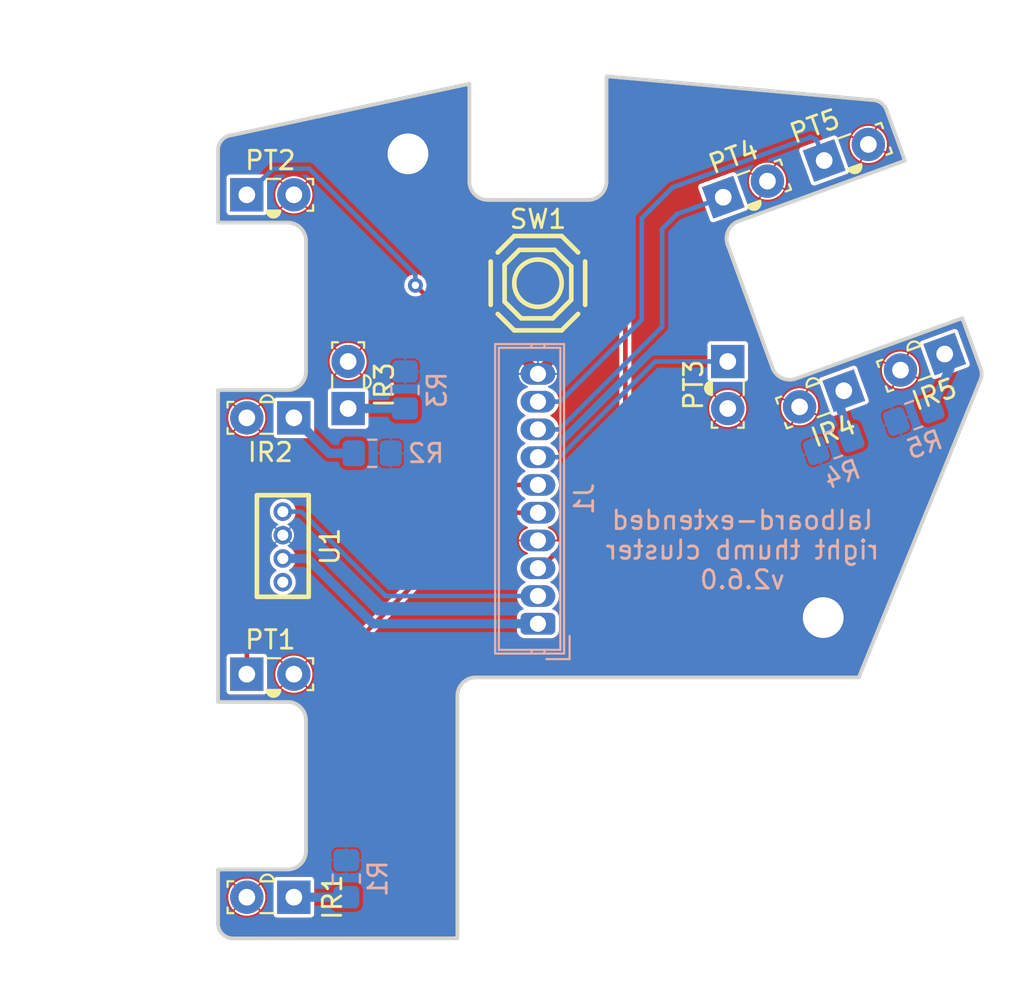
<source format=kicad_pcb>
(kicad_pcb (version 20241229) (generator "pcbnew") (generator_version "9.0")
  (layers (0 "F.Cu" signal) (2 "B.Cu" signal) (13 "F.Paste" user) (15 "B.Paste" user) (5 "F.SilkS" user "F.Silkscreen") (7 "B.SilkS" user "B.Silkscreen") (1 "F.Mask" user) (3 "B.Mask" user) (25 "Edge.Cuts" user))
  (net 0 "")
  (net 1 "Net-(IR1-K)")
  (net 2 "+3.3V")
  (net 3 "Net-(IR2-K)")
  (net 4 "Net-(IR3-K)")
  (net 5 "Net-(IR4-K)")
  (net 6 "Net-(IR5-K)")
  (net 7 "C1")
  (net 8 "C3")
  (net 9 "C4")
  (net 10 "C5")
  (net 11 "GND")
  (net 12 "C2")
  (net 13 "C7")
  (net 14 "+5V")
  (net 15 "C6")
  (footprint "lalboard:IR908-7C-F" (layer "F.Cu") (at 129.570001 106.472918 180)
    (property "Reference" "IR1" (at -2.08 0 90) (layer "F.SilkS"))
    (property "Value" "IR908-7C-F")
    (fp_line (start 3.58 0.555) (end 3.58 0.861) (stroke (width 0.12)) (layer "F.SilkS"))
    (fp_line (start 3.58 -0.861) (end 3.58 -0.555) (stroke (width 0.12)) (layer "F.SilkS"))
    (fp_line (start 3.27 0.861) (end 3.58 0.861) (stroke (width 0.12)) (layer "F.SilkS"))
    (fp_line (start 3.27 -0.861) (end 3.58 -0.861) (stroke (width 0.12)) (layer "F.SilkS"))
    (fp_line (start 1.08 0.861) (end 1.811 0.861) (stroke (width 0.12)) (layer "F.SilkS"))
    (fp_line (start 1.08 0.861) (end 1.8 0.861) (stroke (width 0.12)) (layer "F.SilkS"))
    (fp_line (start 1.08 -0.861) (end 1.811 -0.861) (stroke (width 0.12)) (layer "F.SilkS"))
    (fp_arc (start 1.8 0.861) (mid 1.44 1.221) (end 1.08 0.861) (stroke (width 0.12)) (layer "F.SilkS"))
    (pad "1" thru_hole rect (at 0 0 180) (size 1.8 1.8) (drill 0.9) (layers "*.Cu" "*.Mask") (net 1 "Net-(IR1-K)"))
    (pad "2" thru_hole circle (at 2.54 0 180) (size 1.8 1.8) (drill 0.9) (layers "*.Cu" "*.Mask") (net 2 "+3.3V"))
  )
  (footprint "lalboard:IR908-7C-F" (layer "F.Cu") (at 132.500001 80.07 90)
    (property "Reference" "IR3" (at 1.27 1.949999 90) (layer "F.SilkS"))
    (property "Value" "IR908-7C-F")
    (fp_line (start 3.58 -0.861) (end 3.58 -0.555) (stroke (width 0.12)) (layer "F.SilkS"))
    (fp_line (start 3.27 -0.861) (end 3.58 -0.861) (stroke (width 0.12)) (layer "F.SilkS"))
    (fp_line (start 1.08 -0.861) (end 1.811 -0.861) (stroke (width 0.12)) (layer "F.SilkS"))
    (fp_line (start 3.58 0.555) (end 3.58 0.861) (stroke (width 0.12)) (layer "F.SilkS"))
    (fp_line (start 3.27 0.861) (end 3.58 0.861) (stroke (width 0.12)) (layer "F.SilkS"))
    (fp_line (start 1.08 0.861) (end 1.811 0.861) (stroke (width 0.12)) (layer "F.SilkS"))
    (fp_line (start 1.08 0.861) (end 1.8 0.861) (stroke (width 0.12)) (layer "F.SilkS"))
    (fp_arc (start 1.8 0.861) (mid 1.44 1.221) (end 1.08 0.861) (stroke (width 0.12)) (layer "F.SilkS"))
    (pad "1" thru_hole rect (at 0 0 90) (size 1.8 1.8) (drill 0.9) (layers "*.Cu" "*.Mask") (net 4 "Net-(IR3-K)"))
    (pad "2" thru_hole circle (at 2.54 0 90) (size 1.8 1.8) (drill 0.9) (layers "*.Cu" "*.Mask") (net 2 "+3.3V"))
  )
  (footprint "lalboard:IR908-7C-F" (layer "F.Cu") (at 159.265296 79.110913 -160)
    (property "Reference" "IR4" (at 1.27 -1.86 20) (layer "F.SilkS"))
    (property "Value" "IR908-7C-F")
    (fp_line (start 3.58 0.555) (end 3.58 0.861) (stroke (width 0.12)) (layer "F.SilkS"))
    (fp_line (start 3.27 0.860999) (end 3.58 0.861) (stroke (width 0.12)) (layer "F.SilkS"))
    (fp_line (start 3.58 -0.861) (end 3.58 -0.555001) (stroke (width 0.12)) (layer "F.SilkS"))
    (fp_line (start 3.27 -0.861) (end 3.58 -0.861) (stroke (width 0.12)) (layer "F.SilkS"))
    (fp_line (start 1.08 0.861) (end 1.811 0.861) (stroke (width 0.12)) (layer "F.SilkS"))
    (fp_line (start 1.08 0.861) (end 1.8 0.861) (stroke (width 0.12)) (layer "F.SilkS"))
    (fp_line (start 1.08 -0.861) (end 1.811 -0.861) (stroke (width 0.12)) (layer "F.SilkS"))
    (fp_arc (start 1.8 0.861) (mid 1.44 1.221) (end 1.08 0.861) (stroke (width 0.12)) (layer "F.SilkS"))
    (pad "1" thru_hole rect (at 0 0 200) (size 1.8 1.8) (drill 0.9) (layers "*.Cu" "*.Mask") (net 5 "Net-(IR4-K)"))
    (pad "2" thru_hole circle (at 2.54 0 200) (size 1.8 1.8) (drill 0.9) (layers "*.Cu" "*.Mask") (net 2 "+3.3V"))
  )
  (footprint "lalboard:IR908-7C-F" (layer "F.Cu") (at 164.715513 77.127196 -160)
    (property "Reference" "IR5" (at 1.27 -1.86 20) (layer "F.SilkS"))
    (property "Value" "IR908-7C-F")
    (fp_line (start 3.58 0.555) (end 3.58 0.861) (stroke (width 0.12)) (layer "F.SilkS"))
    (fp_line (start 3.27 0.860999) (end 3.58 0.861) (stroke (width 0.12)) (layer "F.SilkS"))
    (fp_line (start 3.58 -0.861) (end 3.58 -0.555001) (stroke (width 0.12)) (layer "F.SilkS"))
    (fp_line (start 3.27 -0.861) (end 3.58 -0.861) (stroke (width 0.12)) (layer "F.SilkS"))
    (fp_line (start 1.08 0.861) (end 1.811 0.861) (stroke (width 0.12)) (layer "F.SilkS"))
    (fp_line (start 1.08 0.861) (end 1.8 0.861) (stroke (width 0.12)) (layer "F.SilkS"))
    (fp_line (start 1.08 -0.861) (end 1.811 -0.861) (stroke (width 0.12)) (layer "F.SilkS"))
    (fp_arc (start 1.8 0.861) (mid 1.44 1.221) (end 1.08 0.861) (stroke (width 0.12)) (layer "F.SilkS"))
    (pad "1" thru_hole rect (at 0 0 200) (size 1.8 1.8) (drill 0.9) (layers "*.Cu" "*.Mask") (net 6 "Net-(IR5-K)"))
    (pad "2" thru_hole circle (at 2.54 0 200) (size 1.8 1.8) (drill 0.9) (layers "*.Cu" "*.Mask") (net 2 "+3.3V"))
  )
  (footprint "lalboard:PT908-7C-F" (layer "F.Cu") (at 127.03 94.422918)
    (property "Reference" "PT1" (at 1.27 -1.86 0) (layer "F.SilkS"))
    (property "Value" "PT908-7B-F")
    (fp_line (start 1.08 -0.861) (end 1.811 -0.861) (stroke (width 0.12)) (layer "F.SilkS"))
    (fp_line (start 1.08 0.861) (end 1.8 0.861) (stroke (width 0.12)) (layer "F.SilkS"))
    (fp_line (start 1.08 0.861) (end 1.811 0.861) (stroke (width 0.12)) (layer "F.SilkS"))
    (fp_line (start 3.27 -0.861) (end 3.58 -0.861) (stroke (width 0.12)) (layer "F.SilkS"))
    (fp_line (start 3.27 0.861) (end 3.58 0.861) (stroke (width 0.12)) (layer "F.SilkS"))
    (fp_line (start 3.58 -0.861) (end 3.58 -0.555) (stroke (width 0.12)) (layer "F.SilkS"))
    (fp_line (start 3.58 0.555) (end 3.58 0.861) (stroke (width 0.12)) (layer "F.SilkS"))
    (fp_arc (start 1.8 0.861) (mid 1.44 1.221) (end 1.08 0.861) (stroke (width 0.12)) (layer "F.SilkS"))
    (fp_poly (pts (xy 1.57 1.121) (xy 1.28 1.121) (xy 1.16 0.931) (xy 1.16 0.921) (xy 1.73 0.921)) (stroke (width 0.1)) (fill yes) (layer "F.SilkS"))
    (pad "1" thru_hole rect (at 0 0) (size 1.8 1.8) (drill 0.9) (layers "*.Cu" "*.Mask") (net 7 "C1"))
    (pad "2" thru_hole circle (at 2.54 0) (size 1.8 1.8) (drill 0.9) (layers "*.Cu" "*.Mask") (net 2 "+3.3V"))
  )
  (footprint "lalboard:PT908-7C-F" (layer "F.Cu") (at 152.999999 77.53 -90)
    (property "Reference" "PT3" (at 1.27 1.849999 90) (layer "F.SilkS"))
    (property "Value" "PT908-7B-F")
    (fp_line (start 1.08 0.861) (end 1.8 0.861) (stroke (width 0.12)) (layer "F.SilkS"))
    (fp_line (start 1.08 0.861) (end 1.811 0.861) (stroke (width 0.12)) (layer "F.SilkS"))
    (fp_line (start 3.27 0.861) (end 3.58 0.861) (stroke (width 0.12)) (layer "F.SilkS"))
    (fp_line (start 3.58 0.555) (end 3.58 0.861) (stroke (width 0.12)) (layer "F.SilkS"))
    (fp_line (start 1.08 -0.861) (end 1.811 -0.861) (stroke (width 0.12)) (layer "F.SilkS"))
    (fp_line (start 3.27 -0.861) (end 3.58 -0.861) (stroke (width 0.12)) (layer "F.SilkS"))
    (fp_line (start 3.58 -0.861) (end 3.58 -0.555) (stroke (width 0.12)) (layer "F.SilkS"))
    (fp_arc (start 1.8 0.861) (mid 1.44 1.221) (end 1.08 0.861) (stroke (width 0.12)) (layer "F.SilkS"))
    (fp_poly (pts (xy 1.57 1.121) (xy 1.28 1.121) (xy 1.16 0.931) (xy 1.16 0.921) (xy 1.73 0.921)) (stroke (width 0.1)) (fill yes) (layer "F.SilkS"))
    (pad "1" thru_hole rect (at 0 0 270) (size 1.8 1.8) (drill 0.9) (layers "*.Cu" "*.Mask") (net 8 "C3"))
    (pad "2" thru_hole circle (at 2.54 0 270) (size 1.8 1.8) (drill 0.9) (layers "*.Cu" "*.Mask") (net 2 "+3.3V"))
  )
  (footprint "lalboard:PT908-7C-F" (layer "F.Cu") (at 152.757134 68.656348 20)
    (property "Reference" "PT4" (at 1.27 -1.86 20) (layer "F.SilkS"))
    (property "Value" "PT908-7B-F")
    (fp_line (start 1.08 -0.861) (end 1.811 -0.861) (stroke (width 0.12)) (layer "F.SilkS"))
    (fp_line (start 1.08 0.861) (end 1.8 0.861) (stroke (width 0.12)) (layer "F.SilkS"))
    (fp_line (start 1.08 0.861) (end 1.811 0.861) (stroke (width 0.12)) (layer "F.SilkS"))
    (fp_line (start 3.27 -0.861) (end 3.58 -0.861) (stroke (width 0.12)) (layer "F.SilkS"))
    (fp_line (start 3.58 -0.861) (end 3.58 -0.555001) (stroke (width 0.12)) (layer "F.SilkS"))
    (fp_line (start 3.27 0.860999) (end 3.58 0.861) (stroke (width 0.12)) (layer "F.SilkS"))
    (fp_line (start 3.58 0.555) (end 3.58 0.861) (stroke (width 0.12)) (layer "F.SilkS"))
    (fp_arc (start 1.8 0.861) (mid 1.44 1.221) (end 1.08 0.861) (stroke (width 0.12)) (layer "F.SilkS"))
    (fp_poly (pts (xy 1.57 1.121) (xy 1.28 1.121) (xy 1.16 0.930999) (xy 1.16 0.921) (xy 1.73 0.921)) (stroke (width 0.1)) (fill yes) (layer "F.SilkS"))
    (pad "1" thru_hole rect (at 0 0 20) (size 1.8 1.8) (drill 0.9) (layers "*.Cu" "*.Mask") (net 9 "C4"))
    (pad "2" thru_hole circle (at 2.54 0 20) (size 1.8 1.8) (drill 0.9) (layers "*.Cu" "*.Mask") (net 2 "+3.3V"))
  )
  (footprint "lalboard:PT908-7C-F" (layer "F.Cu") (at 158.207351 66.672631 20)
    (property "Reference" "PT5" (at 0.158981 -1.916679 20) (layer "F.SilkS"))
    (property "Value" "PT908-7B-F")
    (fp_line (start 1.08 -0.861) (end 1.811 -0.861) (stroke (width 0.12)) (layer "F.SilkS"))
    (fp_line (start 1.08 0.861) (end 1.8 0.861) (stroke (width 0.12)) (layer "F.SilkS"))
    (fp_line (start 1.08 0.861) (end 1.811 0.861) (stroke (width 0.12)) (layer "F.SilkS"))
    (fp_line (start 3.27 -0.861) (end 3.58 -0.861) (stroke (width 0.12)) (layer "F.SilkS"))
    (fp_line (start 3.58 -0.861) (end 3.58 -0.555001) (stroke (width 0.12)) (layer "F.SilkS"))
    (fp_line (start 3.27 0.860999) (end 3.58 0.861) (stroke (width 0.12)) (layer "F.SilkS"))
    (fp_line (start 3.58 0.555) (end 3.58 0.861) (stroke (width 0.12)) (layer "F.SilkS"))
    (fp_arc (start 1.8 0.861) (mid 1.44 1.221) (end 1.08 0.861) (stroke (width 0.12)) (layer "F.SilkS"))
    (fp_poly (pts (xy 1.57 1.121) (xy 1.28 1.121) (xy 1.16 0.930999) (xy 1.16 0.921) (xy 1.73 0.921)) (stroke (width 0.1)) (fill yes) (layer "F.SilkS"))
    (pad "1" thru_hole rect (at 0 0 20) (size 1.8 1.8) (drill 0.9) (layers "*.Cu" "*.Mask") (net 10 "C5"))
    (pad "2" thru_hole circle (at 2.54 0 20) (size 1.8 1.8) (drill 0.9) (layers "*.Cu" "*.Mask") (net 2 "+3.3V"))
  )
  (footprint "lalboard:PT908-7C-F" (layer "F.Cu") (at 127.03 68.524998)
    (property "Reference" "PT2" (at 1.27 -1.86 0) (layer "F.SilkS"))
    (property "Value" "PT908-7B-F")
    (fp_line (start 1.08 -0.861) (end 1.811 -0.861) (stroke (width 0.12)) (layer "F.SilkS"))
    (fp_line (start 1.08 0.861) (end 1.8 0.861) (stroke (width 0.12)) (layer "F.SilkS"))
    (fp_line (start 1.08 0.861) (end 1.811 0.861) (stroke (width 0.12)) (layer "F.SilkS"))
    (fp_line (start 3.27 -0.861) (end 3.58 -0.861) (stroke (width 0.12)) (layer "F.SilkS"))
    (fp_line (start 3.27 0.861) (end 3.58 0.861) (stroke (width 0.12)) (layer "F.SilkS"))
    (fp_line (start 3.58 -0.861) (end 3.58 -0.555) (stroke (width 0.12)) (layer "F.SilkS"))
    (fp_line (start 3.58 0.555) (end 3.58 0.861) (stroke (width 0.12)) (layer "F.SilkS"))
    (fp_arc (start 1.8 0.861) (mid 1.44 1.221) (end 1.08 0.861) (stroke (width 0.12)) (layer "F.SilkS"))
    (fp_poly (pts (xy 1.57 1.121) (xy 1.28 1.121) (xy 1.16 0.931) (xy 1.16 0.921) (xy 1.73 0.921)) (stroke (width 0.1)) (fill yes) (layer "F.SilkS"))
    (pad "1" thru_hole rect (at 0 0) (size 1.8 1.8) (drill 0.9) (layers "*.Cu" "*.Mask") (net 12 "C2"))
    (pad "2" thru_hole circle (at 2.54 0) (size 1.8 1.8) (drill 0.9) (layers "*.Cu" "*.Mask") (net 2 "+3.3V"))
  )
  (footprint "lalboard:IR908-7C-F" (layer "F.Cu") (at 129.569999 80.574998 180)
    (property "Reference" "IR2" (at 1.27 -1.86 0) (layer "F.SilkS"))
    (property "Value" "IR908-7C-F")
    (fp_line (start 3.58 0.555) (end 3.58 0.861) (stroke (width 0.12)) (layer "F.SilkS"))
    (fp_line (start 3.58 -0.861) (end 3.58 -0.555) (stroke (width 0.12)) (layer "F.SilkS"))
    (fp_line (start 3.27 0.861) (end 3.58 0.861) (stroke (width 0.12)) (layer "F.SilkS"))
    (fp_line (start 3.27 -0.861) (end 3.58 -0.861) (stroke (width 0.12)) (layer "F.SilkS"))
    (fp_line (start 1.08 0.861) (end 1.811 0.861) (stroke (width 0.12)) (layer "F.SilkS"))
    (fp_line (start 1.08 0.861) (end 1.8 0.861) (stroke (width 0.12)) (layer "F.SilkS"))
    (fp_line (start 1.08 -0.861) (end 1.811 -0.861) (stroke (width 0.12)) (layer "F.SilkS"))
    (fp_arc (start 1.8 0.861) (mid 1.44 1.221) (end 1.08 0.861) (stroke (width 0.12)) (layer "F.SilkS"))
    (pad "1" thru_hole rect (at 0 0 180) (size 1.8 1.8) (drill 0.9) (layers "*.Cu" "*.Mask") (net 3 "Net-(IR2-K)"))
    (pad "2" thru_hole circle (at 2.54 0 180) (size 1.8 1.8) (drill 0.9) (layers "*.Cu" "*.Mask") (net 2 "+3.3V"))
  )
  (footprint "MountingHole:MountingHole_2.2mm_M2_DIN965_Pad" (layer "F.Cu") (at 135.731126 66.31212)
    (property "Reference" "H2" (hide yes))
    (property "Value" "MountingHole_Pad")
    (pad "1" thru_hole circle (at 0 0) (size 3.8 3.8) (drill 2.2) (layers "*.Cu" "*.Mask") (net 11 "GND"))
  )
  (footprint "easyeda2kicad:LED-TH_4P-L5.0-W2.5-P1.27_WS2812D-255" (layer "F.Cu") (at 128.9725 87.543959 -90)
    (property "Reference" "U1" (at -0.023959 -2.5475 90) (layer "F.SilkS"))
    (property "Value" "WS2812D-255")
    (fp_line (start -2.789999 1.4) (end -2.789999 -1.4) (stroke (width 0.25)) (layer "F.SilkS"))
    (fp_line (start 2.7 1.4) (end -2.789999 1.4) (stroke (width 0.25)) (layer "F.SilkS"))
    (fp_line (start -2.789999 -1.4) (end -2.59 -1.4) (stroke (width 0.25)) (layer "F.SilkS"))
    (fp_line (start -2.59 -1.4) (end 2.7 -1.4) (stroke (width 0.25)) (layer "F.SilkS"))
    (fp_line (start 2.7 -1.4) (end 2.7 1.4) (stroke (width 0.25)) (layer "F.SilkS"))
    (pad "1" thru_hole circle (at 1.91 0 270) (size 1 1) (drill 0.599999) (layers "*.Cu" "*.Mask"))
    (pad "2" thru_hole circle (at 0.63 0 270) (size 1 1) (drill 0.599999) (layers "*.Cu" "*.Mask") (net 14 "+5V"))
    (pad "3" thru_hole circle (at -0.63 0 270) (size 1 1) (drill 0.599999) (layers "*.Cu" "*.Mask") (net 11 "GND"))
    (pad "4" thru_hole circle (at -1.9 0 270) (size 1 1) (drill 0.599999) (layers "*.Cu" "*.Mask") (net 13 "C7"))
  )
  (footprint "MountingHole:MountingHole_2.2mm_M2_DIN965_Pad" (layer "F.Cu") (at 158.154844 91.366078)
    (property "Reference" "H1" (hide yes))
    (property "Value" "MountingHole_Pad")
    (pad "1" thru_hole circle (at 0 0) (size 3.8 3.8) (drill 2.2) (layers "*.Cu" "*.Mask") (net 11 "GND"))
  )
  (footprint "easyeda2kicad:SW-SMD_4P-L5.1-W5.1-P3.70-LS6.5-TL_H1.5" (layer "F.Cu") (at 142.75 73.3)
    (property "Reference" "SW1" (at 0 -3.46 0) (layer "F.SilkS"))
    (property "Value" "TS-1187A-B-A-B")
    (fp_line (start -2.55 -1.17) (end -2.55 1.17) (stroke (width 0.25)) (layer "F.SilkS"))
    (fp_line (start -2.17 1.66) (end -1.28 2.55) (stroke (width 0.25)) (layer "F.SilkS"))
    (fp_line (start -1.8 -1) (end -1 -1.8) (stroke (width 0.25)) (layer "F.SilkS"))
    (fp_line (start -1.8 1) (end -1.8 -1) (stroke (width 0.25)) (layer "F.SilkS"))
    (fp_line (start -1.28 -2.55) (end -2.17 -1.66) (stroke (width 0.25)) (layer "F.SilkS"))
    (fp_line (start -1.28 -2.55) (end 1.28 -2.55) (stroke (width 0.25)) (layer "F.SilkS"))
    (fp_line (start -1.28 2.55) (end 1.28 2.55) (stroke (width 0.25)) (layer "F.SilkS"))
    (fp_line (start -1 -1.8) (end 0.9 -1.8) (stroke (width 0.25)) (layer "F.SilkS"))
    (fp_line (start -0.9 1.9) (end -1.8 1) (stroke (width 0.25)) (layer "F.SilkS"))
    (fp_line (start 0.8 1.9) (end -0.9 1.9) (stroke (width 0.25)) (layer "F.SilkS"))
    (fp_line (start 0.9 -1.8) (end 1.8 -0.9) (stroke (width 0.25)) (layer "F.SilkS"))
    (fp_line (start 1.28 -2.55) (end 2.17 -1.66) (stroke (width 0.25)) (layer "F.SilkS"))
    (fp_line (start 1.8 -0.9) (end 1.8 0.9) (stroke (width 0.25)) (layer "F.SilkS"))
    (fp_line (start 1.8 0.9) (end 0.8 1.9) (stroke (width 0.25)) (layer "F.SilkS"))
    (fp_line (start 2.17 1.66) (end 1.28 2.55) (stroke (width 0.25)) (layer "F.SilkS"))
    (fp_line (start 2.55 -1.17) (end 2.55 1.17) (stroke (width 0.25)) (layer "F.SilkS"))
    (fp_circle (center 0 0) (end 1.28 0) (stroke (width 0.25)) (fill no) (layer "F.SilkS"))
    (pad "1" smd rect (at -3 -1.85) (size 1 0.75) (layers "F.Cu" "F.Mask" "F.Paste") (net 15 "C6"))
    (pad "2" smd rect (at 3 -1.85) (size 1 0.75) (layers "F.Cu" "F.Mask" "F.Paste") (net 15 "C6"))
    (pad "3" smd rect (at -3 1.85) (size 1 0.75) (layers "F.Cu" "F.Mask" "F.Paste") (net 11 "GND"))
    (pad "4" smd rect (at 3 1.85) (size 1 0.75) (layers "F.Cu" "F.Mask" "F.Paste") (net 11 "GND"))
  )
  (footprint "Connector_Wuerth:Wuerth_WR-WTB_64801011622_1x10_P1.50mm_Vertical" (layer "B.Cu") (at 142.75 91.7 90)
    (property "Reference" "J1" (at 6.75 2.5 270) (layer "B.SilkS") (effects (justify mirror)))
    (property "Value" "Conn_01x07")
    (fp_line (start 15.11 -2.31) (end 15.11 1.41) (stroke (width 0.12)) (layer "B.SilkS"))
    (fp_line (start -1.61 -2.31) (end 15.11 -2.31) (stroke (width 0.12)) (layer "B.SilkS"))
    (fp_line (start 14.91 -2.11) (end 14.91 -0.35) (stroke (width 0.12)) (layer "B.SilkS"))
    (fp_line (start -1.41 -2.11) (end 14.91 -2.11) (stroke (width 0.12)) (layer "B.SilkS"))
    (fp_line (start 14.91 -0.35) (end 15.11 -0.35) (stroke (width 0.12)) (layer "B.SilkS"))
    (fp_line (start -1.41 -0.35) (end -1.41 -2.11) (stroke (width 0.12)) (layer "B.SilkS"))
    (fp_line (start -1.41 -0.35) (end -1.61 -0.35) (stroke (width 0.12)) (layer "B.SilkS"))
    (fp_line (start 14.91 0.35) (end 14.91 -0.35) (stroke (width 0.12)) (layer "B.SilkS"))
    (fp_line (start 14.91 0.35) (end 15.11 0.35) (stroke (width 0.12)) (layer "B.SilkS"))
    (fp_line (start -1.41 0.35) (end -1.41 -0.35) (stroke (width 0.12)) (layer "B.SilkS"))
    (fp_line (start -1.41 0.35) (end -1.41 1.21) (stroke (width 0.12)) (layer "B.SilkS"))
    (fp_line (start -1.61 0.35) (end -1.41 0.35) (stroke (width 0.12)) (layer "B.SilkS"))
    (fp_line (start 14.91 1.21) (end 14.91 0.35) (stroke (width 0.12)) (layer "B.SilkS"))
    (fp_line (start -1.41 1.21) (end 14.91 1.21) (stroke (width 0.12)) (layer "B.SilkS"))
    (fp_line (start 15.11 1.41) (end -1.61 1.41) (stroke (width 0.12)) (layer "B.SilkS"))
    (fp_line (start -1.61 1.41) (end -1.61 -2.31) (stroke (width 0.12)) (layer "B.SilkS"))
    (fp_line (start -0.66 1.71) (end -1.91 1.71) (stroke (width 0.12)) (layer "B.SilkS"))
    (fp_line (start -1.91 1.71) (end -1.91 0.46) (stroke (width 0.12)) (layer "B.SilkS"))
    (pad "1" thru_hole roundrect (at 0 0 90) (size 1.17 1.87) (drill 0.87) (layers "*.Cu" "*.Mask") (roundrect_rratio 0.213675) (net 14 "+5V"))
    (pad "2" thru_hole oval (at 1.5 0 90) (size 1.17 1.87) (drill 0.87) (layers "*.Cu" "*.Mask") (net 13 "C7"))
    (pad "3" thru_hole oval (at 3 0 90) (size 1.17 1.87) (drill 0.87) (layers "*.Cu" "*.Mask") (net 15 "C6"))
    (pad "4" thru_hole oval (at 4.5 0 90) (size 1.17 1.87) (drill 0.87) (layers "*.Cu" "*.Mask") (net 2 "+3.3V"))
    (pad "5" thru_hole oval (at 6 0 90) (size 1.17 1.87) (drill 0.87) (layers "*.Cu" "*.Mask") (net 7 "C1"))
    (pad "6" thru_hole oval (at 7.5 0 90) (size 1.17 1.87) (drill 0.87) (layers "*.Cu" "*.Mask") (net 12 "C2"))
    (pad "7" thru_hole oval (at 9 0 90) (size 1.17 1.87) (drill 0.87) (layers "*.Cu" "*.Mask") (net 8 "C3"))
    (pad "8" thru_hole oval (at 10.5 0 90) (size 1.17 1.87) (drill 0.87) (layers "*.Cu" "*.Mask") (net 9 "C4"))
    (pad "9" thru_hole oval (at 12 0 90) (size 1.17 1.87) (drill 0.87) (layers "*.Cu" "*.Mask") (net 10 "C5"))
    (pad "10" thru_hole oval (at 13.5 0 90) (size 1.17 1.87) (drill 0.87) (layers "*.Cu" "*.Mask") (net 11 "GND"))
  )
  (footprint "Resistor_SMD:R_0805_2012Metric_Pad1.20x1.40mm_HandSolder" (layer "B.Cu") (at 158.719081 82.002666 20)
    (property "Reference" "R4" (at -0.114812 1.680543 20) (layer "B.SilkS") (effects (justify mirror)))
    (property "Value" "180")
    (fp_line (start -0.227064 -0.735) (end 0.227065 -0.735) (stroke (width 0.12)) (layer "B.SilkS"))
    (fp_line (start -0.227065 0.735) (end 0.227064 0.735) (stroke (width 0.12)) (layer "B.SilkS"))
    (pad "1" smd roundrect (at -1 0 20) (size 1.2 1.4) (layers "B.Cu" "B.Mask" "B.Paste") (roundrect_rratio 0.2083333333) (net 11 "GND"))
    (pad "2" smd roundrect (at 1 0 20) (size 1.2 1.4) (layers "B.Cu" "B.Mask" "B.Paste") (roundrect_rratio 0.2083333333) (net 5 "Net-(IR4-K)"))
  )
  (footprint "Resistor_SMD:R_0805_2012Metric_Pad1.20x1.40mm_HandSolder" (layer "B.Cu") (at 135.57 79.07 -90)
    (property "Reference" "R3" (at 0.000001 -1.733083 90) (layer "B.SilkS") (effects (justify mirror)))
    (property "Value" "120")
    (fp_line (start -0.227064 0.735) (end 0.227064 0.735) (stroke (width 0.12)) (layer "B.SilkS"))
    (fp_line (start -0.227064 -0.735) (end 0.227064 -0.735) (stroke (width 0.12)) (layer "B.SilkS"))
    (pad "1" smd roundrect (at -1 0 270) (size 1.2 1.4) (layers "B.Cu" "B.Mask" "B.Paste") (roundrect_rratio 0.2083333333) (net 11 "GND"))
    (pad "2" smd roundrect (at 1 0 270) (size 1.2 1.4) (layers "B.Cu" "B.Mask" "B.Paste") (roundrect_rratio 0.2083333333) (net 4 "Net-(IR3-K)"))
  )
  (footprint "Resistor_SMD:R_0805_2012Metric_Pad1.20x1.40mm_HandSolder" (layer "B.Cu") (at 132.403083 105.472918 -90)
    (property "Reference" "R1" (at 0.000001 -1.7 90) (layer "B.SilkS") (effects (justify mirror)))
    (property "Value" "56")
    (fp_line (start -0.227064 0.735) (end 0.227064 0.735) (stroke (width 0.12)) (layer "B.SilkS"))
    (fp_line (start -0.227064 -0.735) (end 0.227064 -0.735) (stroke (width 0.12)) (layer "B.SilkS"))
    (pad "1" smd roundrect (at -1 0 270) (size 1.2 1.4) (layers "B.Cu" "B.Mask" "B.Paste") (roundrect_rratio 0.2083333333) (net 11 "GND"))
    (pad "2" smd roundrect (at 1 0 270) (size 1.2 1.4) (layers "B.Cu" "B.Mask" "B.Paste") (roundrect_rratio 0.2083333333) (net 1 "Net-(IR1-K)"))
  )
  (footprint "Resistor_SMD:R_0805_2012Metric_Pad1.20x1.40mm_HandSolder" (layer "B.Cu") (at 133.803083 82.490832 180)
    (property "Reference" "R2" (at -2.9 0 0) (layer "B.SilkS") (effects (justify mirror)))
    (property "Value" "100")
    (fp_line (start -0.227064 0.735) (end 0.227064 0.735) (stroke (width 0.12)) (layer "B.SilkS"))
    (fp_line (start -0.227064 -0.735) (end 0.227064 -0.735) (stroke (width 0.12)) (layer "B.SilkS"))
    (pad "1" smd roundrect (at -1 0 180) (size 1.2 1.4) (layers "B.Cu" "B.Mask" "B.Paste") (roundrect_rratio 0.2083333333) (net 11 "GND"))
    (pad "2" smd roundrect (at 1 0 180) (size 1.2 1.4) (layers "B.Cu" "B.Mask" "B.Paste") (roundrect_rratio 0.2083333333) (net 3 "Net-(IR2-K)"))
  )
  (footprint "Resistor_SMD:R_0805_2012Metric_Pad1.20x1.40mm_HandSolder" (layer "B.Cu") (at 163.041667 80.429373 20)
    (property "Reference" "R5" (at 0 1.699999 20) (layer "B.SilkS") (effects (justify mirror)))
    (property "Value" "150")
    (fp_line (start -0.227064 -0.735) (end 0.227065 -0.735) (stroke (width 0.12)) (layer "B.SilkS"))
    (fp_line (start -0.227065 0.735) (end 0.227064 0.735) (stroke (width 0.12)) (layer "B.SilkS"))
    (pad "1" smd roundrect (at -1 0 20) (size 1.2 1.4) (layers "B.Cu" "B.Mask" "B.Paste") (roundrect_rratio 0.2083333333) (net 11 "GND"))
    (pad "2" smd roundrect (at 1 0 20) (size 1.2 1.4) (layers "B.Cu" "B.Mask" "B.Paste") (roundrect_rratio 0.2083333333) (net 6 "Net-(IR5-K)"))
  )
  (gr_arc (start 140.05 68.8) (mid 139.342887 68.507112) (end 139.05 67.799999) (stroke (width 0.2)) (layer "Edge.Cuts"))
  (gr_line (start 160.073735 94.6) (end 166.635469 78.550251) (stroke (width 0.2)) (layer "Edge.Cuts"))
  (gr_line (start 139.05 62.524503) (end 126.212558 65.30244) (stroke (width 0.2)) (layer "Edge.Cuts"))
  (gr_line (start 165.663705 75.185815) (end 156.689641 78.452109) (stroke (width 0.2)) (layer "Edge.Cuts"))
  (gr_arc (start 160.811672 63.406625) (mid 161.273251 63.549968) (end 161.568014 63.932996) (stroke (width 0.2)) (layer "Edge.Cuts"))
  (gr_line (start 129.225 104.972918) (end 125.475 104.972917) (stroke (width 0.2)) (layer "Edge.Cuts"))
  (gr_arc (start 152.996685 71.229603) (mid 153.030088 70.464981) (end 153.594358 69.94789) (stroke (width 0.2)) (layer "Edge.Cuts"))
  (gr_line (start 125.47861 66.175918) (end 125.475 67.100389) (stroke (width 0.2)) (layer "Edge.Cuts"))
  (gr_arc (start 146.45 67.799999) (mid 146.157113 68.507121) (end 145.45 68.8) (stroke (width 0.2)) (layer "Edge.Cuts"))
  (gr_line (start 129.225 79.074998) (end 125.475 79.074999) (stroke (width 0.2)) (layer "Edge.Cuts"))
  (gr_line (start 130.224999 96.922917) (end 130.224999 103.972917) (stroke (width 0.2)) (layer "Edge.Cuts"))
  (gr_line (start 139.05 67.799999) (end 139.05 62.524503) (stroke (width 0.2)) (layer "Edge.Cuts"))
  (gr_line (start 125.475 79.074999) (end 125.475 95.922917) (stroke (width 0.2)) (layer "Edge.Cuts"))
  (gr_arc (start 126.275105 108.697916) (mid 125.70934 108.463645) (end 125.475 107.897917) (stroke (width 0.2)) (layer "Edge.Cuts"))
  (gr_line (start 146.45 62.118895) (end 146.45 67.799999) (stroke (width 0.2)) (layer "Edge.Cuts"))
  (gr_arc (start 138.4 95.6) (mid 138.692899 94.892908) (end 139.4 94.599999) (stroke (width 0.2)) (layer "Edge.Cuts"))
  (gr_line (start 153.594358 69.94789) (end 162.568423 66.681597) (stroke (width 0.2)) (layer "Edge.Cuts"))
  (gr_line (start 126.275106 108.697918) (end 138.4 108.693369) (stroke (width 0.2)) (layer "Edge.Cuts"))
  (gr_arc (start 129.224999 70.025) (mid 129.9321 70.317897) (end 130.225 71.024998) (stroke (width 0.2)) (layer "Edge.Cuts"))
  (gr_arc (start 125.47861 66.175917) (mid 125.662521 65.585367) (end 126.212558 65.30244) (stroke (width 0.2)) (layer "Edge.Cuts"))
  (gr_arc (start 130.225 78.074999) (mid 129.932113 78.782121) (end 129.225 79.074998) (stroke (width 0.2)) (layer "Edge.Cuts"))
  (gr_line (start 139.4 94.599999) (end 160.073735 94.6) (stroke (width 0.2)) (layer "Edge.Cuts"))
  (gr_line (start 125.475 95.922917) (end 129.225 95.922918) (stroke (width 0.2)) (layer "Edge.Cuts"))
  (gr_arc (start 130.225 103.972917) (mid 129.932107 104.680028) (end 129.225 104.972918) (stroke (width 0.2)) (layer "Edge.Cuts"))
  (gr_line (start 160.811672 63.406625) (end 146.45 62.118895) (stroke (width 0.2)) (layer "Edge.Cuts"))
  (gr_line (start 138.4 108.693369) (end 138.4 95.6) (stroke (width 0.2)) (layer "Edge.Cuts"))
  (gr_line (start 155.407928 77.854435) (end 152.996686 71.229602) (stroke (width 0.2)) (layer "Edge.Cuts"))
  (gr_arc (start 129.225 95.922919) (mid 129.932093 96.215818) (end 130.224999 96.922917) (stroke (width 0.2)) (layer "Edge.Cuts"))
  (gr_line (start 130.225 71.024998) (end 130.225001 78.074998) (stroke (width 0.2)) (layer "Edge.Cuts"))
  (gr_line (start 162.568423 66.681597) (end 161.568014 63.932996) (stroke (width 0.2)) (layer "Edge.Cuts"))
  (gr_line (start 166.664114 77.934416) (end 165.663705 75.185815) (stroke (width 0.2)) (layer "Edge.Cuts"))
  (gr_arc (start 156.68964 78.452109) (mid 155.92498 78.418745) (end 155.407928 77.854435) (stroke (width 0.2)) (layer "Edge.Cuts"))
  (gr_arc (start 166.664114 77.934416) (mid 166.71149 78.245202) (end 166.635469 78.550251) (stroke (width 0.2)) (layer "Edge.Cuts"))
  (gr_line (start 125.475 67.100389) (end 125.475 70.024999) (stroke (width 0.2)) (layer "Edge.Cuts"))
  (gr_line (start 125.475 70.024999) (end 129.225 70.024998) (stroke (width 0.2)) (layer "Edge.Cuts"))
  (gr_line (start 145.45 68.8) (end 140.05 68.8) (stroke (width 0.2)) (layer "Edge.Cuts"))
  (gr_line (start 125.475 104.972917) (end 125.475 107.897917) (stroke (width 0.2)) (layer "Edge.Cuts"))
  (gr_text "lalboard-extended\nright thumb cluster\nv2.6.0" (at 153.79 87.71 0) (layer "B.SilkS") (effects (font (size 1 1)) (justify mirror)))
  (segment (start 132.403083 106.472918) (end 129.570001 106.472918) (width 0.5) (layer "B.Cu") (net 1))
  (segment (start 129.569999 80.574998) (end 131.485833 82.490832) (width 0.5) (layer "B.Cu") (net 3))
  (segment (start 131.485833 82.490832) (end 132.803083 82.490832) (width 0.5) (layer "B.Cu") (net 3))
  (segment (start 135.57 80.07) (end 132.500001 80.07) (width 0.5) (layer "B.Cu") (net 4))
  (segment (start 158.965078 79.754732) (end 159.265296 79.110913) (width 0.5) (layer "B.Cu") (net 5))
  (segment (start 159.658774 81.660646) (end 158.965078 79.754732) (width 0.5) (layer "B.Cu") (net 5))
  (segment (start 164.715513 77.127196) (end 164.998785 77.905478) (width 0.5) (layer "B.Cu") (net 6))
  (segment (start 164.998785 77.905478) (end 163.98136 80.087353) (width 0.5) (layer "B.Cu") (net 6))
  (segment (start 127.03 93.183482) (end 127.757134 92.456348) (width 0.25) (layer "F.Cu") (net 7))
  (segment (start 139.913482 85.699999) (end 142.75 85.699999) (width 0.25) (layer "F.Cu") (net 7))
  (segment (start 133.157134 92.456347) (end 139.913482 85.699999) (width 0.25) (layer "F.Cu") (net 7))
  (segment (start 127.757134 92.456348) (end 133.157134 92.456347) (width 0.25) (layer "F.Cu") (net 7))
  (segment (start 127.03 94.422918) (end 127.03 93.183482) (width 0.25) (layer "F.Cu") (net 7))
  (segment (start 152.999999 77.53) (end 149.083482 77.529999) (width 0.25) (layer "B.Cu") (net 8))
  (segment (start 142.75 82.7) (end 143.913483 82.699999) (width 0.25) (layer "B.Cu") (net 8))
  (segment (start 149.083482 77.529999) (end 143.913483 82.699999) (width 0.25) (layer "B.Cu") (net 8))
  (segment (start 143.913482 81.199999) (end 149.457134 75.656348) (width 0.25) (layer "B.Cu") (net 9))
  (segment (start 142.75 81.2) (end 143.913482 81.199999) (width 0.25) (layer "B.Cu") (net 9))
  (segment (start 149.457134 75.656348) (end 149.457134 70.370195) (width 0.25) (layer "B.Cu") (net 9))
  (segment (start 149.457134 70.370195) (end 150.263299 69.564029) (width 0.25) (layer "B.Cu") (net 9))
  (segment (start 152.757134 68.656348) (end 150.263299 69.564029) (width 0.25) (layer "B.Cu") (net 9))
  (segment (start 157.497969 65.405593) (end 157.796927 65.545) (width 0.25) (layer "B.Cu") (net 10))
  (segment (start 150.024163 68.125836) (end 157.497969 65.405593) (width 0.25) (layer "B.Cu") (net 10))
  (segment (start 148.357134 75.277866) (end 148.357134 69.792866) (width 0.25) (layer "B.Cu") (net 10))
  (segment (start 157.796927 65.545) (end 158.207351 66.672631) (width 0.25) (layer "B.Cu") (net 10))
  (segment (start 142.750001 79.7) (end 143.935 79.7) (width 0.25) (layer "B.Cu") (net 10))
  (segment (start 148.357134 69.792866) (end 150.024163 68.125836) (width 0.25) (layer "B.Cu") (net 10))
  (segment (start 143.935 79.7) (end 148.357134 75.277866) (width 0.25) (layer "B.Cu") (net 10))
  (segment (start 142.75 78.15) (end 145.75 75.15) (width 0.5) (layer "F.Cu") (net 11))
  (segment (start 142.75 78.2) (end 142.75 78.15) (width 0.5) (layer "F.Cu") (net 11))
  (segment (start 142.75 78.15) (end 139.75 75.15) (width 0.5) (layer "F.Cu") (net 11))
  (segment (start 129.057418 86.913959) (end 128.9725 86.913959) (width 0.5) (layer "B.Cu") (net 11))
  (segment (start 139.27 76.550997) (end 136.131126 73.412123) (width 0.25) (layer "F.Cu") (net 12))
  (segment (start 139.27 81.905) (end 139.27 76.550997) (width 0.25) (layer "F.Cu") (net 12))
  (segment (start 142.75 84.2) (end 141.565 84.2) (width 0.25) (layer "F.Cu") (net 12))
  (segment (start 141.565 84.2) (end 139.27 81.905) (width 0.25) (layer "F.Cu") (net 12))
  (via (at 136.131126 73.412123) (size 0.8) (drill 0.4) (layers "F.Cu" "B.Cu") (net 12))
  (segment (start 127.03 68.524998) (end 128.442878 67.112121) (width 0.25) (layer "B.Cu") (net 12))
  (segment (start 130.396809 67.112121) (end 136.131126 72.846438) (width 0.25) (layer "B.Cu") (net 12))
  (segment (start 128.442878 67.112121) (end 130.396809 67.112121) (width 0.25) (layer "B.Cu") (net 12))
  (segment (start 136.131126 72.846438) (end 136.131126 73.412123) (width 0.25) (layer "B.Cu") (net 12))
  (segment (start 134.53 90.2) (end 129.973959 85.643959) (width 0.25) (layer "B.Cu") (net 13))
  (segment (start 129.973959 85.643959) (end 128.9725 85.643959) (width 0.25) (layer "B.Cu") (net 13))
  (segment (start 142.75 90.2) (end 134.53 90.2) (width 0.25) (layer "B.Cu") (net 13))
  (segment (start 133.843459 91.7) (end 130.317418 88.173959) (width 0.5) (layer "B.Cu") (net 14))
  (segment (start 130.317418 88.173959) (end 128.9725 88.173959) (width 0.5) (layer "B.Cu") (net 14))
  (segment (start 142.75 91.7) (end 133.843459 91.7) (width 0.5) (layer "B.Cu") (net 14))
  (segment (start 147.47 73.17) (end 145.75 71.45) (width 0.25) (layer "F.Cu") (net 15))
  (segment (start 142.75 88.7) (end 142.888349 88.7) (width 0.25) (layer "F.Cu") (net 15))
  (segment (start 139.75 71.45) (end 145.75 71.45) (width 0.25) (layer "F.Cu") (net 15))
  (segment (start 142.888349 88.7) (end 147.47 84.118349) (width 0.25) (layer "F.Cu") (net 15))
  (segment (start 147.47 84.118349) (end 147.47 73.17) (width 0.25) (layer "F.Cu") (net 15))
  (zone (net 2) (net_name "+3.3V") (layer "F.Cu") (connect_pads (clearance 0.1)) (min_thickness 0.1) (fill yes (thermal_gap 0.1) (thermal_bridge_width 0.1))
    (polygon (pts (xy 169.000001 112) (xy 123.000001 111.999999) (xy 123 58) (xy 169.000002 57.999999)))
  )
  (zone (net 11) (net_name "GND") (layer "B.Cu") (connect_pads (clearance 0.1)) (min_thickness 0.1) (fill yes (thermal_gap 0.1) (thermal_bridge_width 0.1))
    (polygon (pts (xy 169.000001 112) (xy 123.000001 111.999999) (xy 123 58) (xy 169.000002 57.999999)))
  )
)
</source>
